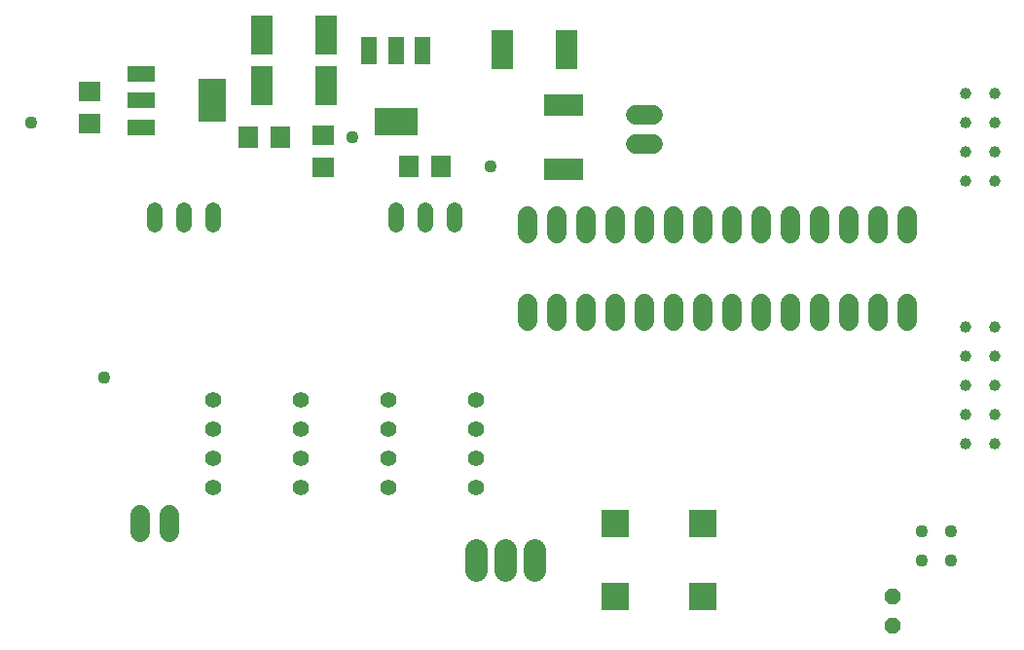
<source format=gts>
G75*
%MOIN*%
%OFA0B0*%
%FSLAX25Y25*%
%IPPOS*%
%LPD*%
%AMOC8*
5,1,8,0,0,1.08239X$1,22.5*
%
%ADD10R,0.07687X0.06899*%
%ADD11R,0.06899X0.07687*%
%ADD12R,0.09400X0.05400*%
%ADD13R,0.09261X0.14773*%
%ADD14R,0.05400X0.09400*%
%ADD15R,0.14773X0.09261*%
%ADD16C,0.05600*%
%ADD17C,0.06600*%
%ADD18OC8,0.05400*%
%ADD19R,0.07687X0.13198*%
%ADD20C,0.05400*%
%ADD21R,0.13198X0.07687*%
%ADD22R,0.09458X0.09458*%
%ADD23C,0.07687*%
%ADD24C,0.03969*%
%ADD25C,0.04362*%
D10*
X0129700Y0181688D03*
X0129700Y0192712D03*
X0049700Y0196688D03*
X0049700Y0207712D03*
D11*
X0104188Y0192200D03*
X0115212Y0192200D03*
X0159188Y0182200D03*
X0170212Y0182200D03*
D12*
X0067500Y0195600D03*
X0067500Y0204700D03*
X0067500Y0213800D03*
D13*
X0091901Y0204700D03*
D14*
X0145600Y0221900D03*
X0154700Y0221900D03*
X0163800Y0221900D03*
D15*
X0154700Y0197499D03*
D16*
X0152200Y0102200D03*
X0152200Y0092200D03*
X0152200Y0082200D03*
X0152200Y0072200D03*
X0182200Y0072200D03*
X0182200Y0082200D03*
X0182200Y0092200D03*
X0182200Y0102200D03*
X0122200Y0102200D03*
X0122200Y0092200D03*
X0122200Y0082200D03*
X0122200Y0072200D03*
X0092200Y0072200D03*
X0092200Y0082200D03*
X0092200Y0092200D03*
X0092200Y0102200D03*
D17*
X0067200Y0062700D02*
X0067200Y0056700D01*
X0077200Y0056700D02*
X0077200Y0062700D01*
X0199700Y0129200D02*
X0199700Y0135200D01*
X0209700Y0135200D02*
X0209700Y0129200D01*
X0219700Y0129200D02*
X0219700Y0135200D01*
X0229700Y0135200D02*
X0229700Y0129200D01*
X0239700Y0129200D02*
X0239700Y0135200D01*
X0249700Y0135200D02*
X0249700Y0129200D01*
X0259700Y0129200D02*
X0259700Y0135200D01*
X0269700Y0135200D02*
X0269700Y0129200D01*
X0279700Y0129200D02*
X0279700Y0135200D01*
X0289700Y0135200D02*
X0289700Y0129200D01*
X0299700Y0129200D02*
X0299700Y0135200D01*
X0309700Y0135200D02*
X0309700Y0129200D01*
X0319700Y0129200D02*
X0319700Y0135200D01*
X0329700Y0135200D02*
X0329700Y0129200D01*
X0329700Y0159200D02*
X0329700Y0165200D01*
X0319700Y0165200D02*
X0319700Y0159200D01*
X0309700Y0159200D02*
X0309700Y0165200D01*
X0299700Y0165200D02*
X0299700Y0159200D01*
X0289700Y0159200D02*
X0289700Y0165200D01*
X0279700Y0165200D02*
X0279700Y0159200D01*
X0269700Y0159200D02*
X0269700Y0165200D01*
X0259700Y0165200D02*
X0259700Y0159200D01*
X0249700Y0159200D02*
X0249700Y0165200D01*
X0239700Y0165200D02*
X0239700Y0159200D01*
X0229700Y0159200D02*
X0229700Y0165200D01*
X0219700Y0165200D02*
X0219700Y0159200D01*
X0209700Y0159200D02*
X0209700Y0165200D01*
X0199700Y0165200D02*
X0199700Y0159200D01*
X0236700Y0189700D02*
X0242700Y0189700D01*
X0242700Y0199700D02*
X0236700Y0199700D01*
D18*
X0324700Y0034700D03*
X0324700Y0024700D03*
D19*
X0130724Y0209700D03*
X0108676Y0209700D03*
X0108676Y0227200D03*
X0130724Y0227200D03*
X0191176Y0222200D03*
X0213224Y0222200D03*
D20*
X0174700Y0167100D02*
X0174700Y0162300D01*
X0164700Y0162300D02*
X0164700Y0167100D01*
X0154700Y0167100D02*
X0154700Y0162300D01*
X0092200Y0162300D02*
X0092200Y0167100D01*
X0082200Y0167100D02*
X0082200Y0162300D01*
X0072200Y0162300D02*
X0072200Y0167100D01*
D21*
X0212200Y0181176D03*
X0212200Y0203224D03*
D22*
X0229700Y0059700D03*
X0259700Y0059700D03*
X0259700Y0034700D03*
X0229700Y0034700D03*
D23*
X0202200Y0043657D02*
X0202200Y0050743D01*
X0192200Y0050743D02*
X0192200Y0043657D01*
X0182200Y0043657D02*
X0182200Y0050743D01*
D24*
X0349700Y0087200D03*
X0359700Y0087200D03*
X0359700Y0097200D03*
X0349700Y0097200D03*
X0349700Y0107200D03*
X0359700Y0107200D03*
X0359700Y0117200D03*
X0349700Y0117200D03*
X0349700Y0127200D03*
X0359700Y0127200D03*
X0359700Y0177200D03*
X0349700Y0177200D03*
X0349700Y0187200D03*
X0359700Y0187200D03*
X0359700Y0197200D03*
X0349700Y0197200D03*
X0349700Y0207200D03*
X0359700Y0207200D03*
D25*
X0187200Y0182200D03*
X0139700Y0192200D03*
X0029700Y0197200D03*
X0054700Y0109700D03*
X0334700Y0057200D03*
X0344700Y0057200D03*
X0344700Y0047200D03*
X0334700Y0047200D03*
M02*

</source>
